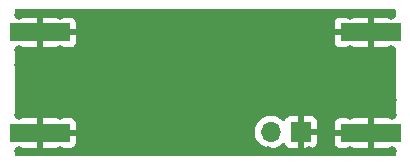
<source format=gbl>
%TF.GenerationSoftware,KiCad,Pcbnew,(6.0.1)*%
%TF.CreationDate,2022-03-08T09:49:56-08:00*%
%TF.ProjectId,436.5MHz LNA,3433362e-354d-4487-9a20-4c4e412e6b69,rev?*%
%TF.SameCoordinates,Original*%
%TF.FileFunction,Copper,L2,Bot*%
%TF.FilePolarity,Positive*%
%FSLAX46Y46*%
G04 Gerber Fmt 4.6, Leading zero omitted, Abs format (unit mm)*
G04 Created by KiCad (PCBNEW (6.0.1)) date 2022-03-08 09:49:56*
%MOMM*%
%LPD*%
G01*
G04 APERTURE LIST*
%TA.AperFunction,SMDPad,CuDef*%
%ADD10R,5.080000X1.500000*%
%TD*%
%TA.AperFunction,ComponentPad*%
%ADD11R,1.700000X1.700000*%
%TD*%
%TA.AperFunction,ComponentPad*%
%ADD12O,1.700000X1.700000*%
%TD*%
%TA.AperFunction,ViaPad*%
%ADD13C,0.800000*%
%TD*%
G04 APERTURE END LIST*
D10*
X115000000Y-77250000D03*
X115000000Y-68750000D03*
X87012500Y-68750000D03*
X87012500Y-77250000D03*
D11*
X109100000Y-77175000D03*
D12*
X106560000Y-77175000D03*
D13*
X85250000Y-67250000D03*
X99250000Y-67250000D03*
X113250000Y-70250000D03*
X106300000Y-74450000D03*
X111500000Y-68750000D03*
X111550000Y-75750000D03*
X99300000Y-78750000D03*
X115050000Y-78750000D03*
X116800000Y-78750000D03*
X113250000Y-71550000D03*
X88750000Y-78750000D03*
X92300000Y-74450000D03*
X116750000Y-70250000D03*
X85250000Y-70250000D03*
X95800000Y-78750000D03*
X90500000Y-78750000D03*
X113300000Y-78750000D03*
X88750000Y-71550000D03*
X106250000Y-71550000D03*
X88800000Y-74450000D03*
X102750000Y-67250000D03*
X90500000Y-67250000D03*
X115000000Y-70250000D03*
X92250000Y-71550000D03*
X92250000Y-67250000D03*
X87000000Y-70250000D03*
X102750000Y-71550000D03*
X90500000Y-70250000D03*
X87000000Y-75750000D03*
X115050000Y-75750000D03*
X111500000Y-70250000D03*
X98200000Y-69700000D03*
X99300000Y-74450000D03*
X85250000Y-78750000D03*
X95800000Y-74450000D03*
X85250000Y-71550000D03*
X99250000Y-71550000D03*
X95750000Y-71550000D03*
X102800000Y-78750000D03*
X90500000Y-68750000D03*
X115000000Y-67250000D03*
X113300000Y-74450000D03*
X111550000Y-78750000D03*
X90500000Y-75750000D03*
X109800000Y-74450000D03*
X90500000Y-77250000D03*
X87000000Y-78750000D03*
X106250000Y-67250000D03*
X88750000Y-75750000D03*
X85250000Y-75750000D03*
X116750000Y-67250000D03*
X87000000Y-67250000D03*
X116800000Y-75750000D03*
X113250000Y-67250000D03*
X95750000Y-67250000D03*
X92300000Y-78750000D03*
X111550000Y-77250000D03*
X85300000Y-74450000D03*
X111500000Y-67250000D03*
X106300000Y-78750000D03*
X109800000Y-78750000D03*
X116800000Y-74450000D03*
X96200000Y-69700000D03*
X109750000Y-67250000D03*
X88750000Y-70250000D03*
X109750000Y-71550000D03*
X113300000Y-75750000D03*
X116750000Y-71550000D03*
X88750000Y-67250000D03*
X97200000Y-69700000D03*
%TA.AperFunction,Conductor*%
G36*
X117084121Y-66778002D02*
G01*
X117130614Y-66831658D01*
X117142000Y-66884000D01*
X117142000Y-67366000D01*
X117121998Y-67434121D01*
X117068342Y-67480614D01*
X117016000Y-67492000D01*
X115272115Y-67492000D01*
X115256876Y-67496475D01*
X115255671Y-67497865D01*
X115254000Y-67505548D01*
X115254000Y-69989884D01*
X115258475Y-70005123D01*
X115259865Y-70006328D01*
X115267548Y-70007999D01*
X117016000Y-70007999D01*
X117084121Y-70028001D01*
X117130614Y-70081657D01*
X117142000Y-70133999D01*
X117142000Y-75866000D01*
X117121998Y-75934121D01*
X117068342Y-75980614D01*
X117016000Y-75992000D01*
X115272115Y-75992000D01*
X115256876Y-75996475D01*
X115255671Y-75997865D01*
X115254000Y-76005548D01*
X115254000Y-78489884D01*
X115258475Y-78505123D01*
X115259865Y-78506328D01*
X115267548Y-78507999D01*
X117016000Y-78507999D01*
X117084121Y-78528001D01*
X117130614Y-78581657D01*
X117142000Y-78633999D01*
X117142000Y-79116000D01*
X117121998Y-79184121D01*
X117068342Y-79230614D01*
X117016000Y-79242000D01*
X84984000Y-79242000D01*
X84915879Y-79221998D01*
X84869386Y-79168342D01*
X84858000Y-79116000D01*
X84858000Y-78634000D01*
X84878002Y-78565879D01*
X84931658Y-78519386D01*
X84984000Y-78508000D01*
X86740385Y-78508000D01*
X86755624Y-78503525D01*
X86756829Y-78502135D01*
X86758500Y-78494452D01*
X86758500Y-78489884D01*
X87266500Y-78489884D01*
X87270975Y-78505123D01*
X87272365Y-78506328D01*
X87280048Y-78507999D01*
X89597169Y-78507999D01*
X89603990Y-78507629D01*
X89654852Y-78502105D01*
X89670104Y-78498479D01*
X89790554Y-78453324D01*
X89806149Y-78444786D01*
X89908224Y-78368285D01*
X89920785Y-78355724D01*
X89997286Y-78253649D01*
X90005824Y-78238054D01*
X90050978Y-78117606D01*
X90054605Y-78102351D01*
X90060131Y-78051486D01*
X90060500Y-78044672D01*
X90060500Y-77522115D01*
X90056025Y-77506876D01*
X90054635Y-77505671D01*
X90046952Y-77504000D01*
X87284615Y-77504000D01*
X87269376Y-77508475D01*
X87268171Y-77509865D01*
X87266500Y-77517548D01*
X87266500Y-78489884D01*
X86758500Y-78489884D01*
X86758500Y-77141695D01*
X105197251Y-77141695D01*
X105210110Y-77364715D01*
X105211247Y-77369761D01*
X105211248Y-77369767D01*
X105225606Y-77433475D01*
X105259222Y-77582639D01*
X105343266Y-77789616D01*
X105459987Y-77980088D01*
X105606250Y-78148938D01*
X105778126Y-78291632D01*
X105971000Y-78404338D01*
X106179692Y-78484030D01*
X106184760Y-78485061D01*
X106184763Y-78485062D01*
X106268533Y-78502105D01*
X106398597Y-78528567D01*
X106403772Y-78528757D01*
X106403774Y-78528757D01*
X106616673Y-78536564D01*
X106616677Y-78536564D01*
X106621837Y-78536753D01*
X106626957Y-78536097D01*
X106626959Y-78536097D01*
X106838288Y-78509025D01*
X106838289Y-78509025D01*
X106843416Y-78508368D01*
X106854232Y-78505123D01*
X107052429Y-78445661D01*
X107052434Y-78445659D01*
X107057384Y-78444174D01*
X107257994Y-78345896D01*
X107439860Y-78216173D01*
X107507331Y-78148938D01*
X107548479Y-78107933D01*
X107610851Y-78074017D01*
X107681658Y-78079205D01*
X107738419Y-78121851D01*
X107755401Y-78152954D01*
X107796676Y-78263054D01*
X107805214Y-78278649D01*
X107881715Y-78380724D01*
X107894276Y-78393285D01*
X107996351Y-78469786D01*
X108011946Y-78478324D01*
X108132394Y-78523478D01*
X108147649Y-78527105D01*
X108198514Y-78532631D01*
X108205328Y-78533000D01*
X108827885Y-78533000D01*
X108843124Y-78528525D01*
X108844329Y-78527135D01*
X108846000Y-78519452D01*
X108846000Y-78514884D01*
X109354000Y-78514884D01*
X109358475Y-78530123D01*
X109359865Y-78531328D01*
X109367548Y-78532999D01*
X109994669Y-78532999D01*
X110001490Y-78532629D01*
X110052352Y-78527105D01*
X110067604Y-78523479D01*
X110188054Y-78478324D01*
X110203649Y-78469786D01*
X110305724Y-78393285D01*
X110318285Y-78380724D01*
X110394786Y-78278649D01*
X110403324Y-78263054D01*
X110448478Y-78142606D01*
X110452105Y-78127351D01*
X110457631Y-78076486D01*
X110458000Y-78069672D01*
X110458000Y-78044669D01*
X111952001Y-78044669D01*
X111952371Y-78051490D01*
X111957895Y-78102352D01*
X111961521Y-78117604D01*
X112006676Y-78238054D01*
X112015214Y-78253649D01*
X112091715Y-78355724D01*
X112104276Y-78368285D01*
X112206351Y-78444786D01*
X112221946Y-78453324D01*
X112342394Y-78498478D01*
X112357649Y-78502105D01*
X112408514Y-78507631D01*
X112415328Y-78508000D01*
X114727885Y-78508000D01*
X114743124Y-78503525D01*
X114744329Y-78502135D01*
X114746000Y-78494452D01*
X114746000Y-77522115D01*
X114741525Y-77506876D01*
X114740135Y-77505671D01*
X114732452Y-77504000D01*
X111970116Y-77504000D01*
X111954877Y-77508475D01*
X111953672Y-77509865D01*
X111952001Y-77517548D01*
X111952001Y-78044669D01*
X110458000Y-78044669D01*
X110458000Y-77447115D01*
X110453525Y-77431876D01*
X110452135Y-77430671D01*
X110444452Y-77429000D01*
X109372115Y-77429000D01*
X109356876Y-77433475D01*
X109355671Y-77434865D01*
X109354000Y-77442548D01*
X109354000Y-78514884D01*
X108846000Y-78514884D01*
X108846000Y-76977885D01*
X111952000Y-76977885D01*
X111956475Y-76993124D01*
X111957865Y-76994329D01*
X111965548Y-76996000D01*
X114727885Y-76996000D01*
X114743124Y-76991525D01*
X114744329Y-76990135D01*
X114746000Y-76982452D01*
X114746000Y-76010116D01*
X114741525Y-75994877D01*
X114740135Y-75993672D01*
X114732452Y-75992001D01*
X112415331Y-75992001D01*
X112408510Y-75992371D01*
X112357648Y-75997895D01*
X112342396Y-76001521D01*
X112221946Y-76046676D01*
X112206351Y-76055214D01*
X112104276Y-76131715D01*
X112091715Y-76144276D01*
X112015214Y-76246351D01*
X112006676Y-76261946D01*
X111961522Y-76382394D01*
X111957895Y-76397649D01*
X111952369Y-76448514D01*
X111952000Y-76455328D01*
X111952000Y-76977885D01*
X108846000Y-76977885D01*
X108846000Y-76902885D01*
X109354000Y-76902885D01*
X109358475Y-76918124D01*
X109359865Y-76919329D01*
X109367548Y-76921000D01*
X110439884Y-76921000D01*
X110455123Y-76916525D01*
X110456328Y-76915135D01*
X110457999Y-76907452D01*
X110457999Y-76280331D01*
X110457629Y-76273510D01*
X110452105Y-76222648D01*
X110448479Y-76207396D01*
X110403324Y-76086946D01*
X110394786Y-76071351D01*
X110318285Y-75969276D01*
X110305724Y-75956715D01*
X110203649Y-75880214D01*
X110188054Y-75871676D01*
X110067606Y-75826522D01*
X110052351Y-75822895D01*
X110001486Y-75817369D01*
X109994672Y-75817000D01*
X109372115Y-75817000D01*
X109356876Y-75821475D01*
X109355671Y-75822865D01*
X109354000Y-75830548D01*
X109354000Y-76902885D01*
X108846000Y-76902885D01*
X108846000Y-75835116D01*
X108841525Y-75819877D01*
X108840135Y-75818672D01*
X108832452Y-75817001D01*
X108205331Y-75817001D01*
X108198510Y-75817371D01*
X108147648Y-75822895D01*
X108132396Y-75826521D01*
X108011946Y-75871676D01*
X107996351Y-75880214D01*
X107894276Y-75956715D01*
X107881715Y-75969276D01*
X107805214Y-76071351D01*
X107796676Y-76086946D01*
X107755297Y-76197322D01*
X107712655Y-76254087D01*
X107646093Y-76278786D01*
X107576744Y-76263578D01*
X107544121Y-76237891D01*
X107493151Y-76181876D01*
X107493148Y-76181873D01*
X107489670Y-76178051D01*
X107485619Y-76174852D01*
X107485615Y-76174848D01*
X107318414Y-76042800D01*
X107318410Y-76042798D01*
X107314359Y-76039598D01*
X107118789Y-75931638D01*
X107113920Y-75929914D01*
X107113916Y-75929912D01*
X106913087Y-75858795D01*
X106913083Y-75858794D01*
X106908212Y-75857069D01*
X106903119Y-75856162D01*
X106903116Y-75856161D01*
X106693373Y-75818800D01*
X106693367Y-75818799D01*
X106688284Y-75817894D01*
X106614452Y-75816992D01*
X106470081Y-75815228D01*
X106470079Y-75815228D01*
X106464911Y-75815165D01*
X106244091Y-75848955D01*
X106031756Y-75918357D01*
X105833607Y-76021507D01*
X105829474Y-76024610D01*
X105829471Y-76024612D01*
X105659100Y-76152530D01*
X105654965Y-76155635D01*
X105500629Y-76317138D01*
X105374743Y-76501680D01*
X105280688Y-76704305D01*
X105220989Y-76919570D01*
X105197251Y-77141695D01*
X86758500Y-77141695D01*
X86758500Y-76977885D01*
X87266500Y-76977885D01*
X87270975Y-76993124D01*
X87272365Y-76994329D01*
X87280048Y-76996000D01*
X90042384Y-76996000D01*
X90057623Y-76991525D01*
X90058828Y-76990135D01*
X90060499Y-76982452D01*
X90060499Y-76455331D01*
X90060129Y-76448510D01*
X90054605Y-76397648D01*
X90050979Y-76382396D01*
X90005824Y-76261946D01*
X89997286Y-76246351D01*
X89920785Y-76144276D01*
X89908224Y-76131715D01*
X89806149Y-76055214D01*
X89790554Y-76046676D01*
X89670106Y-76001522D01*
X89654851Y-75997895D01*
X89603986Y-75992369D01*
X89597172Y-75992000D01*
X87284615Y-75992000D01*
X87269376Y-75996475D01*
X87268171Y-75997865D01*
X87266500Y-76005548D01*
X87266500Y-76977885D01*
X86758500Y-76977885D01*
X86758500Y-76010116D01*
X86754025Y-75994877D01*
X86752635Y-75993672D01*
X86744952Y-75992001D01*
X84984000Y-75992001D01*
X84915879Y-75971999D01*
X84869386Y-75918343D01*
X84858000Y-75866001D01*
X84858000Y-70134000D01*
X84878002Y-70065879D01*
X84931658Y-70019386D01*
X84984000Y-70008000D01*
X86740385Y-70008000D01*
X86755624Y-70003525D01*
X86756829Y-70002135D01*
X86758500Y-69994452D01*
X86758500Y-69989884D01*
X87266500Y-69989884D01*
X87270975Y-70005123D01*
X87272365Y-70006328D01*
X87280048Y-70007999D01*
X89597169Y-70007999D01*
X89603990Y-70007629D01*
X89654852Y-70002105D01*
X89670104Y-69998479D01*
X89790554Y-69953324D01*
X89806149Y-69944786D01*
X89908224Y-69868285D01*
X89920785Y-69855724D01*
X89997286Y-69753649D01*
X90005824Y-69738054D01*
X90050978Y-69617606D01*
X90054605Y-69602351D01*
X90060131Y-69551486D01*
X90060500Y-69544672D01*
X90060500Y-69544669D01*
X111952001Y-69544669D01*
X111952371Y-69551490D01*
X111957895Y-69602352D01*
X111961521Y-69617604D01*
X112006676Y-69738054D01*
X112015214Y-69753649D01*
X112091715Y-69855724D01*
X112104276Y-69868285D01*
X112206351Y-69944786D01*
X112221946Y-69953324D01*
X112342394Y-69998478D01*
X112357649Y-70002105D01*
X112408514Y-70007631D01*
X112415328Y-70008000D01*
X114727885Y-70008000D01*
X114743124Y-70003525D01*
X114744329Y-70002135D01*
X114746000Y-69994452D01*
X114746000Y-69022115D01*
X114741525Y-69006876D01*
X114740135Y-69005671D01*
X114732452Y-69004000D01*
X111970116Y-69004000D01*
X111954877Y-69008475D01*
X111953672Y-69009865D01*
X111952001Y-69017548D01*
X111952001Y-69544669D01*
X90060500Y-69544669D01*
X90060500Y-69022115D01*
X90056025Y-69006876D01*
X90054635Y-69005671D01*
X90046952Y-69004000D01*
X87284615Y-69004000D01*
X87269376Y-69008475D01*
X87268171Y-69009865D01*
X87266500Y-69017548D01*
X87266500Y-69989884D01*
X86758500Y-69989884D01*
X86758500Y-68477885D01*
X87266500Y-68477885D01*
X87270975Y-68493124D01*
X87272365Y-68494329D01*
X87280048Y-68496000D01*
X90042384Y-68496000D01*
X90057623Y-68491525D01*
X90058828Y-68490135D01*
X90060499Y-68482452D01*
X90060499Y-68477885D01*
X111952000Y-68477885D01*
X111956475Y-68493124D01*
X111957865Y-68494329D01*
X111965548Y-68496000D01*
X114727885Y-68496000D01*
X114743124Y-68491525D01*
X114744329Y-68490135D01*
X114746000Y-68482452D01*
X114746000Y-67510116D01*
X114741525Y-67494877D01*
X114740135Y-67493672D01*
X114732452Y-67492001D01*
X112415331Y-67492001D01*
X112408510Y-67492371D01*
X112357648Y-67497895D01*
X112342396Y-67501521D01*
X112221946Y-67546676D01*
X112206351Y-67555214D01*
X112104276Y-67631715D01*
X112091715Y-67644276D01*
X112015214Y-67746351D01*
X112006676Y-67761946D01*
X111961522Y-67882394D01*
X111957895Y-67897649D01*
X111952369Y-67948514D01*
X111952000Y-67955328D01*
X111952000Y-68477885D01*
X90060499Y-68477885D01*
X90060499Y-67955331D01*
X90060129Y-67948510D01*
X90054605Y-67897648D01*
X90050979Y-67882396D01*
X90005824Y-67761946D01*
X89997286Y-67746351D01*
X89920785Y-67644276D01*
X89908224Y-67631715D01*
X89806149Y-67555214D01*
X89790554Y-67546676D01*
X89670106Y-67501522D01*
X89654851Y-67497895D01*
X89603986Y-67492369D01*
X89597172Y-67492000D01*
X87284615Y-67492000D01*
X87269376Y-67496475D01*
X87268171Y-67497865D01*
X87266500Y-67505548D01*
X87266500Y-68477885D01*
X86758500Y-68477885D01*
X86758500Y-67510116D01*
X86754025Y-67494877D01*
X86752635Y-67493672D01*
X86744952Y-67492001D01*
X84984000Y-67492001D01*
X84915879Y-67471999D01*
X84869386Y-67418343D01*
X84858000Y-67366001D01*
X84858000Y-66884000D01*
X84878002Y-66815879D01*
X84931658Y-66769386D01*
X84984000Y-66758000D01*
X117016000Y-66758000D01*
X117084121Y-66778002D01*
G37*
%TD.AperFunction*%
M02*

</source>
